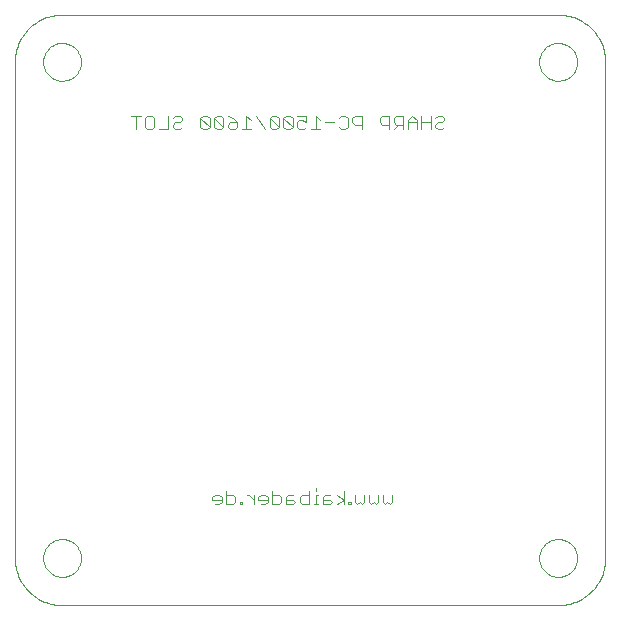
<source format=gbo>
G75*
%MOIN*%
%OFA0B0*%
%FSLAX24Y24*%
%IPPOS*%
%LPD*%
%AMOC8*
5,1,8,0,0,1.08239X$1,22.5*
%
%ADD10C,0.0040*%
%ADD11C,0.0000*%
D10*
X012276Y006778D02*
X012429Y006778D01*
X012506Y006855D01*
X012506Y007008D01*
X012429Y007085D01*
X012276Y007085D01*
X012199Y007008D01*
X012199Y006932D01*
X012506Y006932D01*
X012660Y007085D02*
X012890Y007085D01*
X012967Y007008D01*
X012967Y006855D01*
X012890Y006778D01*
X012660Y006778D01*
X012660Y007239D01*
X013120Y006855D02*
X013120Y006778D01*
X013197Y006778D01*
X013197Y006855D01*
X013120Y006855D01*
X013350Y007085D02*
X013427Y007085D01*
X013580Y006932D01*
X013580Y007085D02*
X013580Y006778D01*
X013734Y006932D02*
X014041Y006932D01*
X014041Y007008D02*
X014041Y006855D01*
X013964Y006778D01*
X013811Y006778D01*
X013734Y006932D02*
X013734Y007008D01*
X013811Y007085D01*
X013964Y007085D01*
X014041Y007008D01*
X014194Y007085D02*
X014424Y007085D01*
X014501Y007008D01*
X014501Y006855D01*
X014424Y006778D01*
X014194Y006778D01*
X014194Y007239D01*
X014655Y007008D02*
X014655Y006778D01*
X014885Y006778D01*
X014962Y006855D01*
X014885Y006932D01*
X014655Y006932D01*
X014655Y007008D02*
X014731Y007085D01*
X014885Y007085D01*
X015115Y007008D02*
X015115Y006855D01*
X015192Y006778D01*
X015422Y006778D01*
X015422Y007239D01*
X015422Y007085D02*
X015192Y007085D01*
X015115Y007008D01*
X015575Y006778D02*
X015729Y006778D01*
X015652Y006778D02*
X015652Y007085D01*
X015729Y007085D01*
X015882Y007008D02*
X015882Y006778D01*
X016113Y006778D01*
X016189Y006855D01*
X016113Y006932D01*
X015882Y006932D01*
X015882Y007008D02*
X015959Y007085D01*
X016113Y007085D01*
X016343Y007085D02*
X016573Y006932D01*
X016343Y006778D01*
X016573Y006778D02*
X016573Y007239D01*
X016957Y007085D02*
X016957Y006855D01*
X017033Y006778D01*
X017110Y006855D01*
X017187Y006778D01*
X017264Y006855D01*
X017264Y007085D01*
X017417Y007085D02*
X017417Y006855D01*
X017494Y006778D01*
X017570Y006855D01*
X017647Y006778D01*
X017724Y006855D01*
X017724Y007085D01*
X017877Y007085D02*
X017877Y006855D01*
X017954Y006778D01*
X018031Y006855D01*
X018108Y006778D01*
X018184Y006855D01*
X018184Y007085D01*
X016803Y006855D02*
X016726Y006855D01*
X016726Y006778D01*
X016803Y006778D01*
X016803Y006855D01*
X015652Y007239D02*
X015652Y007315D01*
X015637Y019278D02*
X015637Y019739D01*
X015791Y019585D01*
X015944Y019508D02*
X016251Y019508D01*
X016405Y019355D02*
X016481Y019278D01*
X016635Y019278D01*
X016712Y019355D01*
X016712Y019662D01*
X016635Y019739D01*
X016481Y019739D01*
X016405Y019662D01*
X016865Y019662D02*
X016865Y019508D01*
X016942Y019432D01*
X017172Y019432D01*
X017172Y019278D02*
X017172Y019739D01*
X016942Y019739D01*
X016865Y019662D01*
X017786Y019662D02*
X017786Y019508D01*
X017863Y019432D01*
X018093Y019432D01*
X018093Y019278D02*
X018093Y019739D01*
X017863Y019739D01*
X017786Y019662D01*
X018246Y019662D02*
X018246Y019508D01*
X018323Y019432D01*
X018553Y019432D01*
X018400Y019432D02*
X018246Y019278D01*
X018553Y019278D02*
X018553Y019739D01*
X018323Y019739D01*
X018246Y019662D01*
X018707Y019585D02*
X018707Y019278D01*
X018707Y019508D02*
X019014Y019508D01*
X019014Y019585D02*
X019014Y019278D01*
X019167Y019278D02*
X019167Y019739D01*
X019014Y019585D02*
X018860Y019739D01*
X018707Y019585D01*
X019167Y019508D02*
X019474Y019508D01*
X019627Y019432D02*
X019627Y019355D01*
X019704Y019278D01*
X019858Y019278D01*
X019934Y019355D01*
X019858Y019508D02*
X019934Y019585D01*
X019934Y019662D01*
X019858Y019739D01*
X019704Y019739D01*
X019627Y019662D01*
X019474Y019739D02*
X019474Y019278D01*
X019627Y019432D02*
X019704Y019508D01*
X019858Y019508D01*
X015791Y019278D02*
X015484Y019278D01*
X015330Y019355D02*
X015254Y019278D01*
X015100Y019278D01*
X015023Y019355D01*
X015023Y019508D01*
X015100Y019585D01*
X015177Y019585D01*
X015330Y019508D01*
X015330Y019739D01*
X015023Y019739D01*
X014870Y019662D02*
X014870Y019355D01*
X014563Y019662D01*
X014563Y019355D01*
X014640Y019278D01*
X014793Y019278D01*
X014870Y019355D01*
X014870Y019662D02*
X014793Y019739D01*
X014640Y019739D01*
X014563Y019662D01*
X014410Y019662D02*
X014333Y019739D01*
X014179Y019739D01*
X014103Y019662D01*
X014410Y019355D01*
X014333Y019278D01*
X014179Y019278D01*
X014103Y019355D01*
X014103Y019662D01*
X014410Y019662D02*
X014410Y019355D01*
X013949Y019278D02*
X013642Y019739D01*
X013489Y019585D02*
X013335Y019739D01*
X013335Y019278D01*
X013182Y019278D02*
X013489Y019278D01*
X013028Y019355D02*
X012952Y019278D01*
X012798Y019278D01*
X012722Y019355D01*
X012722Y019432D01*
X012798Y019508D01*
X013028Y019508D01*
X013028Y019355D01*
X013028Y019508D02*
X012875Y019662D01*
X012722Y019739D01*
X012568Y019662D02*
X012568Y019355D01*
X012261Y019662D01*
X012261Y019355D01*
X012338Y019278D01*
X012491Y019278D01*
X012568Y019355D01*
X012568Y019662D02*
X012491Y019739D01*
X012338Y019739D01*
X012261Y019662D01*
X012108Y019662D02*
X012031Y019739D01*
X011877Y019739D01*
X011801Y019662D01*
X012108Y019355D01*
X012031Y019278D01*
X011877Y019278D01*
X011801Y019355D01*
X011801Y019662D01*
X012108Y019662D02*
X012108Y019355D01*
X011187Y019355D02*
X011110Y019278D01*
X010957Y019278D01*
X010880Y019355D01*
X010880Y019432D01*
X010957Y019508D01*
X011110Y019508D01*
X011187Y019585D01*
X011187Y019662D01*
X011110Y019739D01*
X010957Y019739D01*
X010880Y019662D01*
X010726Y019739D02*
X010726Y019278D01*
X010420Y019278D01*
X010266Y019355D02*
X010189Y019278D01*
X010036Y019278D01*
X009959Y019355D01*
X009959Y019662D01*
X010036Y019739D01*
X010189Y019739D01*
X010266Y019662D01*
X010266Y019355D01*
X009806Y019739D02*
X009499Y019739D01*
X009652Y019739D02*
X009652Y019278D01*
D11*
X005612Y021526D02*
X005612Y004990D01*
X006557Y004990D02*
X006559Y005040D01*
X006565Y005090D01*
X006575Y005139D01*
X006589Y005187D01*
X006606Y005234D01*
X006627Y005279D01*
X006652Y005323D01*
X006680Y005364D01*
X006712Y005403D01*
X006746Y005440D01*
X006783Y005474D01*
X006823Y005504D01*
X006865Y005531D01*
X006909Y005555D01*
X006955Y005576D01*
X007002Y005592D01*
X007050Y005605D01*
X007100Y005614D01*
X007149Y005619D01*
X007200Y005620D01*
X007250Y005617D01*
X007299Y005610D01*
X007348Y005599D01*
X007396Y005584D01*
X007442Y005566D01*
X007487Y005544D01*
X007530Y005518D01*
X007571Y005489D01*
X007610Y005457D01*
X007646Y005422D01*
X007678Y005384D01*
X007708Y005344D01*
X007735Y005301D01*
X007758Y005257D01*
X007777Y005211D01*
X007793Y005163D01*
X007805Y005114D01*
X007813Y005065D01*
X007817Y005015D01*
X007817Y004965D01*
X007813Y004915D01*
X007805Y004866D01*
X007793Y004817D01*
X007777Y004769D01*
X007758Y004723D01*
X007735Y004679D01*
X007708Y004636D01*
X007678Y004596D01*
X007646Y004558D01*
X007610Y004523D01*
X007571Y004491D01*
X007530Y004462D01*
X007487Y004436D01*
X007442Y004414D01*
X007396Y004396D01*
X007348Y004381D01*
X007299Y004370D01*
X007250Y004363D01*
X007200Y004360D01*
X007149Y004361D01*
X007100Y004366D01*
X007050Y004375D01*
X007002Y004388D01*
X006955Y004404D01*
X006909Y004425D01*
X006865Y004449D01*
X006823Y004476D01*
X006783Y004506D01*
X006746Y004540D01*
X006712Y004577D01*
X006680Y004616D01*
X006652Y004657D01*
X006627Y004701D01*
X006606Y004746D01*
X006589Y004793D01*
X006575Y004841D01*
X006565Y004890D01*
X006559Y004940D01*
X006557Y004990D01*
X005612Y004990D02*
X005614Y004913D01*
X005620Y004836D01*
X005629Y004759D01*
X005642Y004683D01*
X005659Y004607D01*
X005680Y004533D01*
X005704Y004459D01*
X005732Y004387D01*
X005763Y004317D01*
X005798Y004248D01*
X005836Y004180D01*
X005877Y004115D01*
X005922Y004052D01*
X005970Y003991D01*
X006020Y003932D01*
X006073Y003876D01*
X006129Y003823D01*
X006188Y003773D01*
X006249Y003725D01*
X006312Y003680D01*
X006377Y003639D01*
X006445Y003601D01*
X006514Y003566D01*
X006584Y003535D01*
X006656Y003507D01*
X006730Y003483D01*
X006804Y003462D01*
X006880Y003445D01*
X006956Y003432D01*
X007033Y003423D01*
X007110Y003417D01*
X007187Y003415D01*
X007187Y003416D02*
X023722Y003416D01*
X023092Y004990D02*
X023094Y005040D01*
X023100Y005090D01*
X023110Y005139D01*
X023124Y005187D01*
X023141Y005234D01*
X023162Y005279D01*
X023187Y005323D01*
X023215Y005364D01*
X023247Y005403D01*
X023281Y005440D01*
X023318Y005474D01*
X023358Y005504D01*
X023400Y005531D01*
X023444Y005555D01*
X023490Y005576D01*
X023537Y005592D01*
X023585Y005605D01*
X023635Y005614D01*
X023684Y005619D01*
X023735Y005620D01*
X023785Y005617D01*
X023834Y005610D01*
X023883Y005599D01*
X023931Y005584D01*
X023977Y005566D01*
X024022Y005544D01*
X024065Y005518D01*
X024106Y005489D01*
X024145Y005457D01*
X024181Y005422D01*
X024213Y005384D01*
X024243Y005344D01*
X024270Y005301D01*
X024293Y005257D01*
X024312Y005211D01*
X024328Y005163D01*
X024340Y005114D01*
X024348Y005065D01*
X024352Y005015D01*
X024352Y004965D01*
X024348Y004915D01*
X024340Y004866D01*
X024328Y004817D01*
X024312Y004769D01*
X024293Y004723D01*
X024270Y004679D01*
X024243Y004636D01*
X024213Y004596D01*
X024181Y004558D01*
X024145Y004523D01*
X024106Y004491D01*
X024065Y004462D01*
X024022Y004436D01*
X023977Y004414D01*
X023931Y004396D01*
X023883Y004381D01*
X023834Y004370D01*
X023785Y004363D01*
X023735Y004360D01*
X023684Y004361D01*
X023635Y004366D01*
X023585Y004375D01*
X023537Y004388D01*
X023490Y004404D01*
X023444Y004425D01*
X023400Y004449D01*
X023358Y004476D01*
X023318Y004506D01*
X023281Y004540D01*
X023247Y004577D01*
X023215Y004616D01*
X023187Y004657D01*
X023162Y004701D01*
X023141Y004746D01*
X023124Y004793D01*
X023110Y004841D01*
X023100Y004890D01*
X023094Y004940D01*
X023092Y004990D01*
X023722Y003415D02*
X023799Y003417D01*
X023876Y003423D01*
X023953Y003432D01*
X024029Y003445D01*
X024105Y003462D01*
X024179Y003483D01*
X024253Y003507D01*
X024325Y003535D01*
X024395Y003566D01*
X024464Y003601D01*
X024532Y003639D01*
X024597Y003680D01*
X024660Y003725D01*
X024721Y003773D01*
X024780Y003823D01*
X024836Y003876D01*
X024889Y003932D01*
X024939Y003991D01*
X024987Y004052D01*
X025032Y004115D01*
X025073Y004180D01*
X025111Y004248D01*
X025146Y004317D01*
X025177Y004387D01*
X025205Y004459D01*
X025229Y004533D01*
X025250Y004607D01*
X025267Y004683D01*
X025280Y004759D01*
X025289Y004836D01*
X025295Y004913D01*
X025297Y004990D01*
X025297Y021526D01*
X023092Y021526D02*
X023094Y021576D01*
X023100Y021626D01*
X023110Y021675D01*
X023124Y021723D01*
X023141Y021770D01*
X023162Y021815D01*
X023187Y021859D01*
X023215Y021900D01*
X023247Y021939D01*
X023281Y021976D01*
X023318Y022010D01*
X023358Y022040D01*
X023400Y022067D01*
X023444Y022091D01*
X023490Y022112D01*
X023537Y022128D01*
X023585Y022141D01*
X023635Y022150D01*
X023684Y022155D01*
X023735Y022156D01*
X023785Y022153D01*
X023834Y022146D01*
X023883Y022135D01*
X023931Y022120D01*
X023977Y022102D01*
X024022Y022080D01*
X024065Y022054D01*
X024106Y022025D01*
X024145Y021993D01*
X024181Y021958D01*
X024213Y021920D01*
X024243Y021880D01*
X024270Y021837D01*
X024293Y021793D01*
X024312Y021747D01*
X024328Y021699D01*
X024340Y021650D01*
X024348Y021601D01*
X024352Y021551D01*
X024352Y021501D01*
X024348Y021451D01*
X024340Y021402D01*
X024328Y021353D01*
X024312Y021305D01*
X024293Y021259D01*
X024270Y021215D01*
X024243Y021172D01*
X024213Y021132D01*
X024181Y021094D01*
X024145Y021059D01*
X024106Y021027D01*
X024065Y020998D01*
X024022Y020972D01*
X023977Y020950D01*
X023931Y020932D01*
X023883Y020917D01*
X023834Y020906D01*
X023785Y020899D01*
X023735Y020896D01*
X023684Y020897D01*
X023635Y020902D01*
X023585Y020911D01*
X023537Y020924D01*
X023490Y020940D01*
X023444Y020961D01*
X023400Y020985D01*
X023358Y021012D01*
X023318Y021042D01*
X023281Y021076D01*
X023247Y021113D01*
X023215Y021152D01*
X023187Y021193D01*
X023162Y021237D01*
X023141Y021282D01*
X023124Y021329D01*
X023110Y021377D01*
X023100Y021426D01*
X023094Y021476D01*
X023092Y021526D01*
X023722Y023101D02*
X023799Y023099D01*
X023876Y023093D01*
X023953Y023084D01*
X024029Y023071D01*
X024105Y023054D01*
X024179Y023033D01*
X024253Y023009D01*
X024325Y022981D01*
X024395Y022950D01*
X024464Y022915D01*
X024532Y022877D01*
X024597Y022836D01*
X024660Y022791D01*
X024721Y022743D01*
X024780Y022693D01*
X024836Y022640D01*
X024889Y022584D01*
X024939Y022525D01*
X024987Y022464D01*
X025032Y022401D01*
X025073Y022336D01*
X025111Y022268D01*
X025146Y022199D01*
X025177Y022129D01*
X025205Y022057D01*
X025229Y021983D01*
X025250Y021909D01*
X025267Y021833D01*
X025280Y021757D01*
X025289Y021680D01*
X025295Y021603D01*
X025297Y021526D01*
X023722Y023101D02*
X007187Y023101D01*
X006557Y021526D02*
X006559Y021576D01*
X006565Y021626D01*
X006575Y021675D01*
X006589Y021723D01*
X006606Y021770D01*
X006627Y021815D01*
X006652Y021859D01*
X006680Y021900D01*
X006712Y021939D01*
X006746Y021976D01*
X006783Y022010D01*
X006823Y022040D01*
X006865Y022067D01*
X006909Y022091D01*
X006955Y022112D01*
X007002Y022128D01*
X007050Y022141D01*
X007100Y022150D01*
X007149Y022155D01*
X007200Y022156D01*
X007250Y022153D01*
X007299Y022146D01*
X007348Y022135D01*
X007396Y022120D01*
X007442Y022102D01*
X007487Y022080D01*
X007530Y022054D01*
X007571Y022025D01*
X007610Y021993D01*
X007646Y021958D01*
X007678Y021920D01*
X007708Y021880D01*
X007735Y021837D01*
X007758Y021793D01*
X007777Y021747D01*
X007793Y021699D01*
X007805Y021650D01*
X007813Y021601D01*
X007817Y021551D01*
X007817Y021501D01*
X007813Y021451D01*
X007805Y021402D01*
X007793Y021353D01*
X007777Y021305D01*
X007758Y021259D01*
X007735Y021215D01*
X007708Y021172D01*
X007678Y021132D01*
X007646Y021094D01*
X007610Y021059D01*
X007571Y021027D01*
X007530Y020998D01*
X007487Y020972D01*
X007442Y020950D01*
X007396Y020932D01*
X007348Y020917D01*
X007299Y020906D01*
X007250Y020899D01*
X007200Y020896D01*
X007149Y020897D01*
X007100Y020902D01*
X007050Y020911D01*
X007002Y020924D01*
X006955Y020940D01*
X006909Y020961D01*
X006865Y020985D01*
X006823Y021012D01*
X006783Y021042D01*
X006746Y021076D01*
X006712Y021113D01*
X006680Y021152D01*
X006652Y021193D01*
X006627Y021237D01*
X006606Y021282D01*
X006589Y021329D01*
X006575Y021377D01*
X006565Y021426D01*
X006559Y021476D01*
X006557Y021526D01*
X005612Y021526D02*
X005614Y021603D01*
X005620Y021680D01*
X005629Y021757D01*
X005642Y021833D01*
X005659Y021909D01*
X005680Y021983D01*
X005704Y022057D01*
X005732Y022129D01*
X005763Y022199D01*
X005798Y022268D01*
X005836Y022336D01*
X005877Y022401D01*
X005922Y022464D01*
X005970Y022525D01*
X006020Y022584D01*
X006073Y022640D01*
X006129Y022693D01*
X006188Y022743D01*
X006249Y022791D01*
X006312Y022836D01*
X006377Y022877D01*
X006445Y022915D01*
X006514Y022950D01*
X006584Y022981D01*
X006656Y023009D01*
X006730Y023033D01*
X006804Y023054D01*
X006880Y023071D01*
X006956Y023084D01*
X007033Y023093D01*
X007110Y023099D01*
X007187Y023101D01*
M02*

</source>
